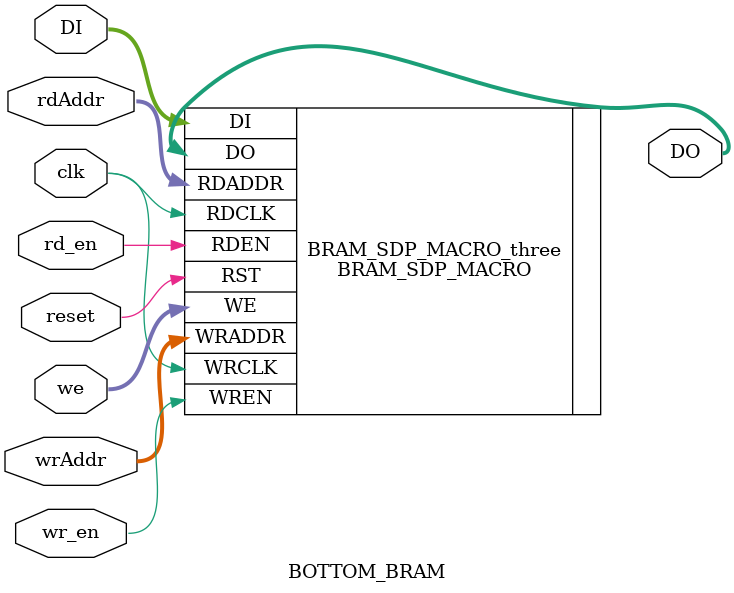
<source format=sv>
`timescale 1ns / 1ps

module BOTTOM_BRAM(
    // signals
    input logic clk, reset,
    input logic [31:0] DI,
    input logic [9:0] rdAddr,
    input logic [3:0] we,
    input logic rd_en, wr_en, 
    input logic [8:0] wrAddr,
    output logic [3:0] DO
    );
    
    BRAM_SDP_MACRO #(
        .BRAM_SIZE("18Kb"), // Target BRAM, "18Kb" or "36Kb"
        .DEVICE("7SERIES"), // Target
        .WRITE_WIDTH(32), // Valid values are 1­72 (37­72 only valid when BRAM_SIZE="36Kb")
        .READ_WIDTH(4), // Valid values are 1­72 (37­72 only valid when BRAM_SIZE="36Kb")
        // Now Serving Message
        .INIT_00(256'h0000000000000000000000000000000000000000000000000000000000000000),
        .INIT_01(256'h0000000000000000000000000000000000000000000000000000000000000000),
        .INIT_02(256'h0000000000000000000000000000000000000000000000000000000000000000),
        .INIT_03(256'h0000000000000000000000000000000000000000000000000000000000000000),
        .INIT_04(256'h10006000_01220000_00000000_11226644_00200000_00026000_00000600_11226644),
        .INIT_05(256'h10000000_01220000_10000000_01226000_00000000_01220000_10006000_10006000),
        .INIT_06(256'h10020004_10020004_10006640_00000000_00000000_00000000_00000000_01226000),
        .INIT_07(256'h00220000_10206000_10206000_10206000_01220000_00000000_01200004_10020004),
        .INIT_08(256'h00226000_00000000_00020000_00006000_00006000_00020000_11226000_00000000),
        .INIT_09(256'h11226000_00000000_11226040_00000000_00226000_01000000_10000000_01000000),
        .INIT_0A(256'h10020040_10020040_00006600_00000000_11226000_00000600_00000600_00006000),
        .INIT_0B(256'h000000000000000000000000000000000000000000000000_01226600_10020040))

        
    BRAM_SDP_MACRO_three (
        .DO(DO), // Output read data port, width defined by READ_WIDTH parameter
        .DI(DI), // Input write data port, width defined by WRITE_WIDTH parameter
        .RDADDR(rdAddr), // Input read address, width defined by read port depth
        .RDCLK(clk), // 1­bit input read clock
        .RDEN(rd_en), // 1­bit input read port enable
        .RST(reset), // 1­bit input reset
        .WE(we), // Input write enable, width defined by write port depth
        .WRADDR(wrAddr), // Input write address, width defined by write port depth
        .WRCLK(clk), // 1­bit input write clock
        .WREN(wr_en) // 1­bit input write port enable
    );
    
endmodule
</source>
